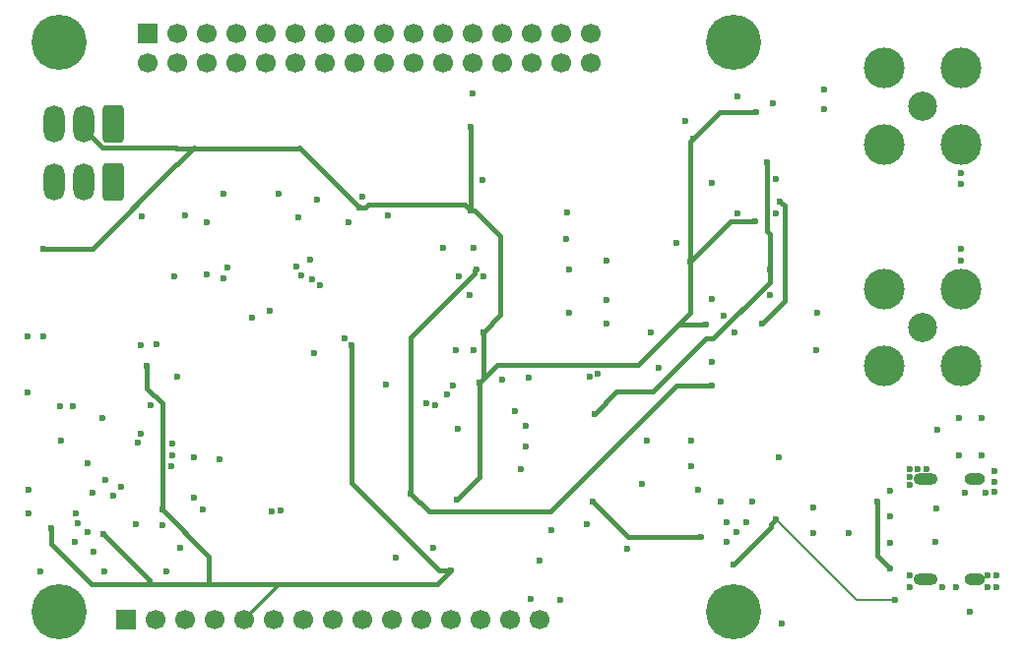
<source format=gbr>
%TF.GenerationSoftware,KiCad,Pcbnew,9.0.3*%
%TF.CreationDate,2025-10-02T12:34:45+05:30*%
%TF.ProjectId,pslab-mini,70736c61-622d-46d6-996e-692e6b696361,0.0.0*%
%TF.SameCoordinates,Original*%
%TF.FileFunction,Copper,L3,Inr*%
%TF.FilePolarity,Positive*%
%FSLAX46Y46*%
G04 Gerber Fmt 4.6, Leading zero omitted, Abs format (unit mm)*
G04 Created by KiCad (PCBNEW 9.0.3) date 2025-10-02 12:34:45*
%MOMM*%
%LPD*%
G01*
G04 APERTURE LIST*
G04 Aperture macros list*
%AMRoundRect*
0 Rectangle with rounded corners*
0 $1 Rounding radius*
0 $2 $3 $4 $5 $6 $7 $8 $9 X,Y pos of 4 corners*
0 Add a 4 corners polygon primitive as box body*
4,1,4,$2,$3,$4,$5,$6,$7,$8,$9,$2,$3,0*
0 Add four circle primitives for the rounded corners*
1,1,$1+$1,$2,$3*
1,1,$1+$1,$4,$5*
1,1,$1+$1,$6,$7*
1,1,$1+$1,$8,$9*
0 Add four rect primitives between the rounded corners*
20,1,$1+$1,$2,$3,$4,$5,0*
20,1,$1+$1,$4,$5,$6,$7,0*
20,1,$1+$1,$6,$7,$8,$9,0*
20,1,$1+$1,$8,$9,$2,$3,0*%
G04 Aperture macros list end*
%TA.AperFunction,ComponentPad*%
%ADD10C,2.500000*%
%TD*%
%TA.AperFunction,ComponentPad*%
%ADD11C,3.500000*%
%TD*%
%TA.AperFunction,HeatsinkPad*%
%ADD12O,2.100000X1.000000*%
%TD*%
%TA.AperFunction,HeatsinkPad*%
%ADD13O,1.800000X1.000000*%
%TD*%
%TA.AperFunction,ComponentPad*%
%ADD14C,4.750000*%
%TD*%
%TA.AperFunction,ComponentPad*%
%ADD15R,1.700000X1.700000*%
%TD*%
%TA.AperFunction,ComponentPad*%
%ADD16C,1.700000*%
%TD*%
%TA.AperFunction,ComponentPad*%
%ADD17RoundRect,0.250000X0.650000X1.350000X-0.650000X1.350000X-0.650000X-1.350000X0.650000X-1.350000X0*%
%TD*%
%TA.AperFunction,ComponentPad*%
%ADD18O,1.800000X3.200000*%
%TD*%
%TA.AperFunction,ViaPad*%
%ADD19C,0.600000*%
%TD*%
%TA.AperFunction,Conductor*%
%ADD20C,0.400000*%
%TD*%
%TA.AperFunction,Conductor*%
%ADD21C,0.200000*%
%TD*%
%TA.AperFunction,Conductor*%
%ADD22C,0.350000*%
%TD*%
G04 APERTURE END LIST*
D10*
%TO.N,/CH1*%
%TO.C,J3*%
X157400000Y-81250000D03*
D11*
%TO.N,GND*%
X160700000Y-84550000D03*
X160700000Y-77950000D03*
X154100000Y-84550000D03*
X154100000Y-77950000D03*
%TD*%
D12*
%TO.N,GND*%
%TO.C,J1*%
X157675000Y-102970000D03*
D13*
X161875000Y-102970000D03*
D12*
X157675000Y-94330000D03*
D13*
X161875000Y-94330000D03*
%TD*%
D14*
%TO.N,GND*%
%TO.C,MH2*%
X141150000Y-56750000D03*
%TD*%
%TO.N,GND*%
%TO.C,MH1*%
X83150000Y-56750000D03*
%TD*%
%TO.N,GND*%
%TO.C,MH4*%
X83150000Y-105750000D03*
%TD*%
D15*
%TO.N,GND*%
%TO.C,J5*%
X90750000Y-56000000D03*
D16*
%TO.N,/GPIO8*%
X90750000Y-58540000D03*
%TO.N,GND*%
X93290000Y-56000000D03*
%TO.N,/GPIO7*%
X93290000Y-58540000D03*
%TO.N,GND*%
X95830000Y-56000000D03*
%TO.N,/GPIO6*%
X95830000Y-58540000D03*
%TO.N,GND*%
X98370000Y-56000000D03*
%TO.N,/GPIO5*%
X98370000Y-58540000D03*
%TO.N,GND*%
X100910000Y-56000000D03*
%TO.N,/GPIO4*%
X100910000Y-58540000D03*
%TO.N,GND*%
X103450000Y-56000000D03*
%TO.N,/GPIO3*%
X103450000Y-58540000D03*
%TO.N,GND*%
X105990000Y-56000000D03*
%TO.N,/GPIO2*%
X105990000Y-58540000D03*
%TO.N,GND*%
X108530000Y-56000000D03*
%TO.N,/GPIO1*%
X108530000Y-58540000D03*
%TO.N,GND*%
X111070000Y-56000000D03*
%TO.N,/GPIO0*%
X111070000Y-58540000D03*
%TO.N,GND*%
X113610000Y-56000000D03*
%TO.N,/FQY*%
X113610000Y-58540000D03*
%TO.N,GND*%
X116150000Y-56000000D03*
%TO.N,/CAP*%
X116150000Y-58540000D03*
%TO.N,GND*%
X118690000Y-56000000D03*
%TO.N,/RES*%
X118690000Y-58540000D03*
%TO.N,GND*%
X121230000Y-56000000D03*
%TO.N,/VOL*%
X121230000Y-58540000D03*
%TO.N,GND*%
X123770000Y-56000000D03*
%TO.N,/LA1*%
X123770000Y-58540000D03*
%TO.N,GND*%
X126310000Y-56000000D03*
%TO.N,/LA2*%
X126310000Y-58540000D03*
%TO.N,GND*%
X128850000Y-56000000D03*
%TO.N,+5V*%
X128850000Y-58540000D03*
%TD*%
D17*
%TO.N,/NRST*%
%TO.C,J7*%
X87750000Y-63750000D03*
D18*
%TO.N,+3V3*%
X85210000Y-63750000D03*
%TO.N,GND*%
X82670000Y-63750000D03*
D17*
%TO.N,/SWDIO*%
X87750000Y-68750000D03*
D18*
%TO.N,/SWCLK*%
X85210000Y-68750000D03*
%TO.N,unconnected-(J7-Pin_6-Pad6)*%
X82670000Y-68750000D03*
%TD*%
D15*
%TO.N,GND*%
%TO.C,J6*%
X88900000Y-106425000D03*
D16*
%TO.N,/UART6_TX*%
X91440000Y-106425000D03*
%TO.N,/UART6_RX*%
X93980000Y-106425000D03*
%TO.N,unconnected-(J6-Pin_4-Pad4)*%
X96520000Y-106425000D03*
%TO.N,+3V3*%
X99060000Y-106425000D03*
%TO.N,GND*%
X101600000Y-106425000D03*
%TO.N,/SPI3_SCK*%
X104140000Y-106425000D03*
%TO.N,/SPI3_MISO*%
X106680000Y-106425000D03*
%TO.N,/SPI3_MOSI*%
X109220000Y-106425000D03*
%TO.N,/SPI.CS*%
X111760000Y-106425000D03*
%TO.N,unconnected-(J6-Pin_11-Pad11)*%
X114300000Y-106425000D03*
%TO.N,+3V3*%
X116840000Y-106425000D03*
%TO.N,GND*%
X119380000Y-106425000D03*
%TO.N,/I2C1_SCL*%
X121920000Y-106425000D03*
%TO.N,/I2C1_SDA*%
X124460000Y-106425000D03*
%TD*%
D14*
%TO.N,GND*%
%TO.C,MH3*%
X141150000Y-105750000D03*
%TD*%
D10*
%TO.N,/CH2*%
%TO.C,J4*%
X157400000Y-62250000D03*
D11*
%TO.N,GND*%
X160700000Y-65550000D03*
X160700000Y-58950000D03*
X154100000Y-65550000D03*
X154100000Y-58950000D03*
%TD*%
D19*
%TO.N,GND*%
X163700000Y-102600000D03*
X163000000Y-103600000D03*
X115300000Y-100200000D03*
X122850000Y-93500000D03*
X158650000Y-90050000D03*
X137450000Y-93250000D03*
X139290000Y-78800000D03*
X87075000Y-94395000D03*
X80450000Y-86825000D03*
X80450000Y-82000000D03*
X131951163Y-100300000D03*
X139300000Y-84200000D03*
X154600000Y-95300000D03*
X81500000Y-102250000D03*
X144250000Y-78510000D03*
X123500000Y-85600000D03*
X90150000Y-82810000D03*
X156250000Y-94150003D03*
X148940000Y-60750000D03*
X138100000Y-95250000D03*
X86000000Y-95500000D03*
X107700000Y-82200000D03*
X160300000Y-103600000D03*
X144810000Y-68480000D03*
X144800000Y-71490000D03*
X148270000Y-83220000D03*
X130220000Y-80900000D03*
X147950000Y-96750000D03*
X88500000Y-95000000D03*
X163600000Y-94600000D03*
X117400000Y-90000000D03*
X94750000Y-92460000D03*
X141500000Y-61400000D03*
X151000000Y-98975000D03*
X163600000Y-95450003D03*
X160700000Y-75500000D03*
X163600000Y-93600000D03*
X109200000Y-70000000D03*
X92350000Y-102250000D03*
X140250000Y-80250000D03*
X93325000Y-85500000D03*
X119570000Y-68608002D03*
X160662500Y-68912500D03*
X142750000Y-96250000D03*
X118749999Y-74400000D03*
X81750000Y-82000000D03*
X87000000Y-102250000D03*
X105100000Y-83500000D03*
X157700000Y-93500000D03*
X163700000Y-103600000D03*
X119600000Y-76900000D03*
X156300000Y-102600000D03*
X83250000Y-88025000D03*
X156300000Y-103600000D03*
X148320000Y-80020000D03*
X95810000Y-76680000D03*
X112075000Y-101075000D03*
X80475000Y-97275000D03*
X134043058Y-81723058D03*
X130190000Y-75500000D03*
X144480000Y-62000000D03*
X83275000Y-91015000D03*
X87750000Y-95750000D03*
X93984800Y-71636271D03*
X118750001Y-83200000D03*
X128475000Y-98200000D03*
X84350000Y-88050000D03*
X90240000Y-71690000D03*
X80525000Y-95250000D03*
X156250000Y-94800006D03*
X162500000Y-89025000D03*
X91990000Y-98300000D03*
X133275000Y-94750000D03*
X126760000Y-73630000D03*
X157000000Y-93500000D03*
X160700000Y-74500000D03*
X161000000Y-95500000D03*
X124425000Y-101300000D03*
X140000000Y-96250000D03*
X127000602Y-80000935D03*
X137475000Y-91000000D03*
X134730000Y-84730000D03*
X145000000Y-92450000D03*
X103700000Y-71800000D03*
X129450000Y-85250000D03*
X160500000Y-89025000D03*
X111400000Y-71600000D03*
X130220000Y-78900000D03*
X117250001Y-83200000D03*
X159100000Y-103600000D03*
X85600000Y-93000000D03*
X122370000Y-88500000D03*
X121270000Y-85780000D03*
X105320829Y-70254171D03*
X128800000Y-85480000D03*
X93000000Y-76900000D03*
X136180000Y-74010000D03*
X139250000Y-68790000D03*
X86900000Y-89050000D03*
X127000000Y-76300000D03*
X142250000Y-98000000D03*
X108025000Y-72250000D03*
X125487445Y-98728651D03*
X161425000Y-105750000D03*
X141350000Y-98850000D03*
X137000000Y-63480000D03*
X126840000Y-71390000D03*
X141490000Y-71430000D03*
X141250000Y-81740000D03*
X162800000Y-95500000D03*
X156250000Y-93500000D03*
X123280000Y-91510000D03*
X123290000Y-89750000D03*
X95800000Y-72190000D03*
X163000000Y-102600000D03*
X140500000Y-98000000D03*
X145250000Y-106750000D03*
X90988207Y-87986793D03*
X160700000Y-68000000D03*
X148940000Y-62510000D03*
X147975000Y-99000000D03*
X133700000Y-91000000D03*
X140500000Y-99750000D03*
%TO.N,+5V*%
X138350000Y-99350000D03*
X129000000Y-96300000D03*
%TO.N,VIN*%
X144750000Y-97750000D03*
X155000000Y-104750000D03*
X141100000Y-101700000D03*
%TO.N,+3V3*%
X138770000Y-80980000D03*
X118500000Y-64000000D03*
X116850000Y-102200000D03*
X143050000Y-62700000D03*
X108300000Y-82800000D03*
X90900000Y-103400000D03*
X117350000Y-96050000D03*
X108975000Y-70925000D03*
X91986091Y-96963909D03*
X137667500Y-64980000D03*
X143020000Y-72150000D03*
X86950000Y-99050000D03*
X119600000Y-81700000D03*
X118500000Y-71199001D03*
X119250000Y-86025000D03*
X81750000Y-74500000D03*
X82475000Y-98525000D03*
X90700000Y-84550000D03*
X137382500Y-75612500D03*
%TO.N,/NRST*%
X102000000Y-69750000D03*
X97250000Y-69750000D03*
%TO.N,VDDA*%
X119000000Y-76275735D03*
X113400000Y-95550000D03*
X139250000Y-86250000D03*
%TO.N,VBUS*%
X154600000Y-102000000D03*
X153500000Y-96250000D03*
%TO.N,-2V*%
X129150000Y-88700000D03*
X144250000Y-76250000D03*
X144000000Y-67050000D03*
%TO.N,/D-*%
X154600000Y-99800000D03*
%TO.N,/D+*%
X154600000Y-97500000D03*
%TO.N,/RES*%
X117550000Y-76900000D03*
X118690000Y-61100000D03*
%TO.N,/VOL*%
X118400000Y-78500000D03*
%TO.N,/CAP*%
X116150000Y-74400000D03*
%TO.N,/I2C1_SCL*%
X116500000Y-87000000D03*
X123672500Y-104672500D03*
%TO.N,/I2C1_SDA*%
X126192500Y-104692500D03*
X117000000Y-86250000D03*
%TO.N,/Vref*%
X145150000Y-70450000D03*
X143555000Y-80945000D03*
%TO.N,/ESP_{BOOT}*%
X114700327Y-87799274D03*
X93525000Y-100225000D03*
%TO.N,/ESP_EN*%
X84482032Y-99717968D03*
X91500000Y-82750000D03*
X115500000Y-88000000D03*
X86100000Y-100575000D03*
%TO.N,Net-(J1-CC2)*%
X160500000Y-92250000D03*
X158550000Y-96890000D03*
%TO.N,Net-(J1-CC1)*%
X158500000Y-99750000D03*
X162500000Y-92250000D03*
%TO.N,/SWCLK*%
X97300000Y-77000000D03*
%TO.N,/SWDIO*%
X97600000Y-76100000D03*
%TO.N,/ESP_DATA_READY*%
X89700000Y-98200000D03*
X111250000Y-86200000D03*
%TO.N,/ESP_SPI_CLK*%
X92800000Y-93200000D03*
X95500000Y-96900000D03*
%TO.N,/UART6_TX*%
X104875000Y-77100000D03*
X101400000Y-97100000D03*
%TO.N,/UART6_RX*%
X105575000Y-77625000D03*
X102200000Y-97000000D03*
%TO.N,/ESP_SPI_MOSI*%
X94700000Y-95900000D03*
X92900000Y-92300000D03*
%TO.N,/ESP_SPI_MISO*%
X96975000Y-92625000D03*
X92900000Y-91300000D03*
%TO.N,/ESP_SPI2_MOSI*%
X104000000Y-76750000D03*
X84725000Y-98125000D03*
%TO.N,/ESP_SPI2_CLK*%
X85575000Y-98850000D03*
X104750000Y-75400000D03*
%TO.N,/ESP_UART_RX*%
X99750000Y-80400000D03*
X90187512Y-90432575D03*
%TO.N,/ESP_SPI2_MISO*%
X84600000Y-97300000D03*
X103500000Y-76000000D03*
%TO.N,/ESP_UART_TX*%
X89893450Y-91176572D03*
X101225000Y-79800000D03*
%TD*%
D20*
%TO.N,+5V*%
X129000000Y-96300000D02*
X132050000Y-99350000D01*
X132050000Y-99350000D02*
X138350000Y-99350000D01*
D21*
%TO.N,VIN*%
X151750000Y-104750000D02*
X155000000Y-104750000D01*
X144750000Y-97750000D02*
X151750000Y-104750000D01*
D20*
X144313589Y-98486411D02*
X141100000Y-101700000D01*
X144313589Y-98186411D02*
X144313589Y-98486411D01*
X144750000Y-97750000D02*
X144313589Y-98186411D01*
%TO.N,+3V3*%
X108975000Y-70925000D02*
X103801000Y-65751000D01*
X96035000Y-101012818D02*
X91986091Y-96963909D01*
D22*
X137382500Y-75612500D02*
X137387500Y-75612500D01*
D20*
X93250000Y-65751000D02*
X86823420Y-65751000D01*
X108975000Y-70925000D02*
X109475000Y-70925000D01*
X86823420Y-65751000D02*
X85210000Y-64137580D01*
X102050000Y-103400000D02*
X115650000Y-103400000D01*
X96035000Y-103400000D02*
X90900000Y-103400000D01*
X85210000Y-64137580D02*
X85210000Y-63750000D01*
X137667500Y-64980000D02*
X137382500Y-65265000D01*
X96035000Y-103400000D02*
X102050000Y-103400000D01*
X103801000Y-65851000D02*
X93250000Y-65851000D01*
X132875000Y-84500000D02*
X137382500Y-79992500D01*
X81750000Y-74500000D02*
X86000000Y-74500000D01*
X90900000Y-103000000D02*
X86950000Y-99050000D01*
X90900000Y-103400000D02*
X90900000Y-103000000D01*
X91986091Y-87786091D02*
X90700000Y-86500000D01*
X90900000Y-103400000D02*
X90850000Y-103350000D01*
X90700000Y-86500000D02*
X90700000Y-84550000D01*
X108300000Y-94670654D02*
X108300000Y-82800000D01*
X91986091Y-96963909D02*
X91986091Y-87786091D01*
X121100000Y-73400000D02*
X118899001Y-71199001D01*
X93251000Y-67250000D02*
X94750000Y-65751000D01*
D22*
X99060000Y-106425000D02*
X102050000Y-103435000D01*
D20*
X82475000Y-99925000D02*
X82475000Y-98525000D01*
X116850000Y-102200000D02*
X115829346Y-102200000D01*
X143050000Y-62700000D02*
X139947500Y-62700000D01*
X109700000Y-70700000D02*
X118000999Y-70700000D01*
X119250000Y-86025000D02*
X120775000Y-84500000D01*
X118899001Y-71199001D02*
X118500000Y-71199001D01*
X121100000Y-80200000D02*
X121100000Y-73400000D01*
X96035000Y-103400000D02*
X96035000Y-101012818D01*
X86000000Y-74500000D02*
X93250000Y-67250000D01*
X119600000Y-85675000D02*
X119250000Y-86025000D01*
X115829346Y-102200000D02*
X108300000Y-94670654D01*
X143020000Y-72150000D02*
X140845000Y-72150000D01*
X119600000Y-81700000D02*
X119600000Y-85675000D01*
X137382500Y-65265000D02*
X137382500Y-75612500D01*
X119250000Y-94150000D02*
X119250000Y-86025000D01*
X109475000Y-70925000D02*
X109700000Y-70700000D01*
X85900000Y-103350000D02*
X82475000Y-99925000D01*
X137382500Y-79992500D02*
X137382500Y-75612500D01*
X136395000Y-80980000D02*
X138770000Y-80980000D01*
X118000999Y-70700000D02*
X118500000Y-71199001D01*
X120775000Y-84500000D02*
X132875000Y-84500000D01*
D22*
X137667500Y-64980000D02*
X137670000Y-64980000D01*
X102050000Y-103435000D02*
X102050000Y-103400000D01*
D20*
X93250000Y-67250000D02*
X93251000Y-67250000D01*
X117350000Y-96050000D02*
X119250000Y-94150000D01*
X119600000Y-81700000D02*
X121100000Y-80200000D01*
X90850000Y-103350000D02*
X85900000Y-103350000D01*
X118500000Y-64000000D02*
X118500000Y-71199001D01*
X140845000Y-72150000D02*
X137382500Y-75612500D01*
X139947500Y-62700000D02*
X137667500Y-64980000D01*
X115650000Y-103400000D02*
X116850000Y-102200000D01*
%TO.N,VDDA*%
X118900000Y-76375735D02*
X118900000Y-76600000D01*
X118900000Y-76600000D02*
X113400000Y-82100000D01*
X136200000Y-86250000D02*
X125350000Y-97100000D01*
X119000000Y-76275735D02*
X118900000Y-76375735D01*
X113400000Y-82100000D02*
X113400000Y-95550000D01*
X114950000Y-97100000D02*
X113400000Y-95550000D01*
X139250000Y-86250000D02*
X136200000Y-86250000D01*
X125350000Y-97100000D02*
X114950000Y-97100000D01*
%TO.N,VBUS*%
X153500000Y-100900000D02*
X153500000Y-96250000D01*
X154600000Y-102000000D02*
X153500000Y-100900000D01*
%TO.N,-2V*%
X144250000Y-76250000D02*
X144250000Y-73200000D01*
X144000000Y-72950000D02*
X144000000Y-67050000D01*
X131050000Y-86800000D02*
X129150000Y-88700000D01*
X134200000Y-86800000D02*
X131050000Y-86800000D01*
X139379951Y-82220049D02*
X138779951Y-82220049D01*
X144239346Y-77360654D02*
X139379951Y-82220049D01*
X144250000Y-73200000D02*
X144000000Y-72950000D01*
X144250000Y-76250000D02*
X144239346Y-76260654D01*
X138779951Y-82220049D02*
X134200000Y-86800000D01*
X144239346Y-76260654D02*
X144239346Y-77360654D01*
%TO.N,/Vref*%
X145500000Y-70800000D02*
X145150000Y-70450000D01*
X145500000Y-79000000D02*
X145500000Y-70800000D01*
X143555000Y-80945000D02*
X145500000Y-79000000D01*
%TD*%
M02*

</source>
